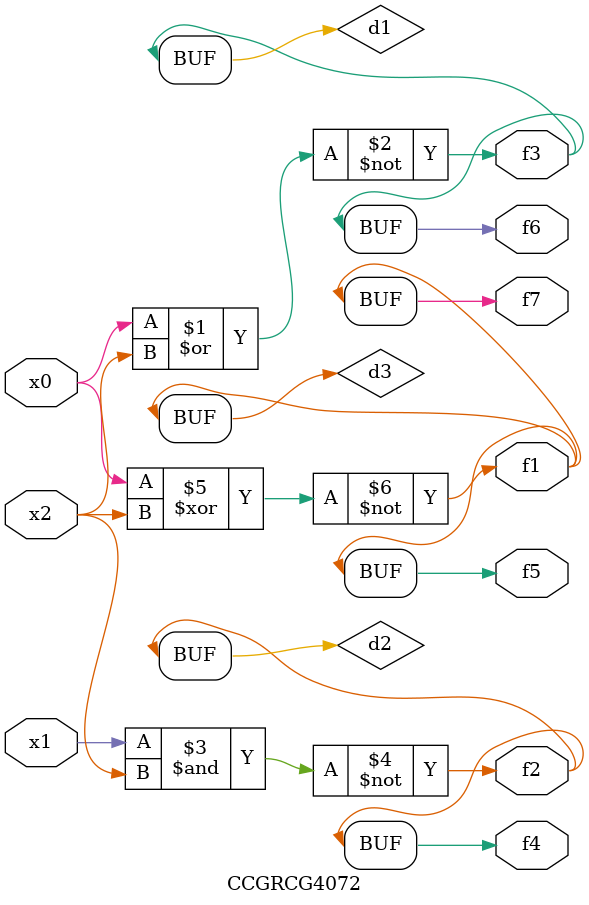
<source format=v>
module CCGRCG4072(
	input x0, x1, x2,
	output f1, f2, f3, f4, f5, f6, f7
);

	wire d1, d2, d3;

	nor (d1, x0, x2);
	nand (d2, x1, x2);
	xnor (d3, x0, x2);
	assign f1 = d3;
	assign f2 = d2;
	assign f3 = d1;
	assign f4 = d2;
	assign f5 = d3;
	assign f6 = d1;
	assign f7 = d3;
endmodule

</source>
